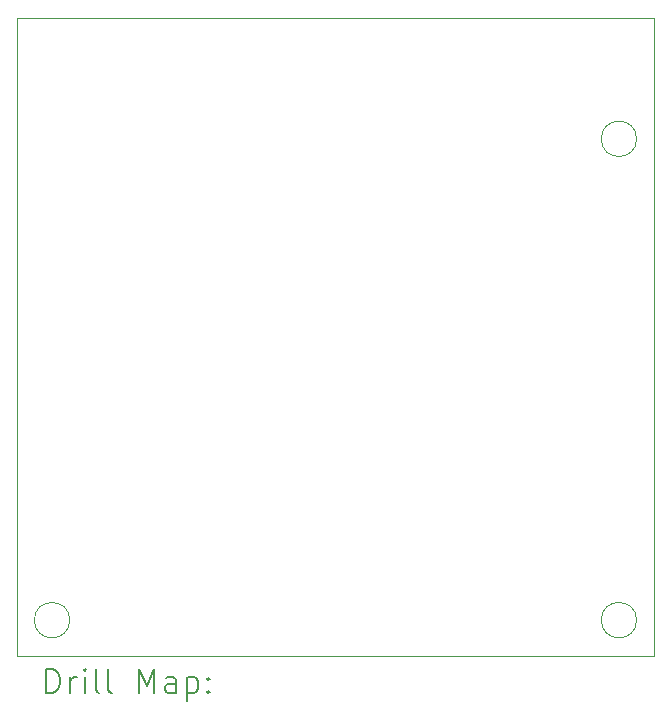
<source format=gbr>
%TF.GenerationSoftware,KiCad,Pcbnew,6.0.7+dfsg-1~bpo11+1*%
%TF.CreationDate,2022-10-12T23:40:45+02:00*%
%TF.ProjectId,rib6out_01,72696236-6f75-4745-9f30-312e6b696361,rev?*%
%TF.SameCoordinates,Original*%
%TF.FileFunction,Drillmap*%
%TF.FilePolarity,Positive*%
%FSLAX45Y45*%
G04 Gerber Fmt 4.5, Leading zero omitted, Abs format (unit mm)*
G04 Created by KiCad (PCBNEW 6.0.7+dfsg-1~bpo11+1) date 2022-10-12 23:40:45*
%MOMM*%
%LPD*%
G01*
G04 APERTURE LIST*
%ADD10C,0.100000*%
%ADD11C,0.200000*%
G04 APERTURE END LIST*
D10*
X17850000Y-11700000D02*
G75*
G03*
X17850000Y-11700000I-150000J0D01*
G01*
X13050000Y-11700000D02*
G75*
G03*
X13050000Y-11700000I-150000J0D01*
G01*
X12600000Y-12000000D02*
X18000000Y-12000000D01*
X18000000Y-12000000D02*
X18000000Y-6600000D01*
X18000000Y-6600000D02*
X12600000Y-6600000D01*
X12600000Y-6600000D02*
X12600000Y-12000000D01*
X17850000Y-7625000D02*
G75*
G03*
X17850000Y-7625000I-150000J0D01*
G01*
D11*
X12852619Y-12315476D02*
X12852619Y-12115476D01*
X12900238Y-12115476D01*
X12928809Y-12125000D01*
X12947857Y-12144048D01*
X12957381Y-12163095D01*
X12966905Y-12201190D01*
X12966905Y-12229762D01*
X12957381Y-12267857D01*
X12947857Y-12286905D01*
X12928809Y-12305952D01*
X12900238Y-12315476D01*
X12852619Y-12315476D01*
X13052619Y-12315476D02*
X13052619Y-12182143D01*
X13052619Y-12220238D02*
X13062143Y-12201190D01*
X13071667Y-12191667D01*
X13090714Y-12182143D01*
X13109762Y-12182143D01*
X13176428Y-12315476D02*
X13176428Y-12182143D01*
X13176428Y-12115476D02*
X13166905Y-12125000D01*
X13176428Y-12134524D01*
X13185952Y-12125000D01*
X13176428Y-12115476D01*
X13176428Y-12134524D01*
X13300238Y-12315476D02*
X13281190Y-12305952D01*
X13271667Y-12286905D01*
X13271667Y-12115476D01*
X13405000Y-12315476D02*
X13385952Y-12305952D01*
X13376428Y-12286905D01*
X13376428Y-12115476D01*
X13633571Y-12315476D02*
X13633571Y-12115476D01*
X13700238Y-12258333D01*
X13766905Y-12115476D01*
X13766905Y-12315476D01*
X13947857Y-12315476D02*
X13947857Y-12210714D01*
X13938333Y-12191667D01*
X13919286Y-12182143D01*
X13881190Y-12182143D01*
X13862143Y-12191667D01*
X13947857Y-12305952D02*
X13928809Y-12315476D01*
X13881190Y-12315476D01*
X13862143Y-12305952D01*
X13852619Y-12286905D01*
X13852619Y-12267857D01*
X13862143Y-12248809D01*
X13881190Y-12239286D01*
X13928809Y-12239286D01*
X13947857Y-12229762D01*
X14043095Y-12182143D02*
X14043095Y-12382143D01*
X14043095Y-12191667D02*
X14062143Y-12182143D01*
X14100238Y-12182143D01*
X14119286Y-12191667D01*
X14128809Y-12201190D01*
X14138333Y-12220238D01*
X14138333Y-12277381D01*
X14128809Y-12296428D01*
X14119286Y-12305952D01*
X14100238Y-12315476D01*
X14062143Y-12315476D01*
X14043095Y-12305952D01*
X14224048Y-12296428D02*
X14233571Y-12305952D01*
X14224048Y-12315476D01*
X14214524Y-12305952D01*
X14224048Y-12296428D01*
X14224048Y-12315476D01*
X14224048Y-12191667D02*
X14233571Y-12201190D01*
X14224048Y-12210714D01*
X14214524Y-12201190D01*
X14224048Y-12191667D01*
X14224048Y-12210714D01*
M02*

</source>
